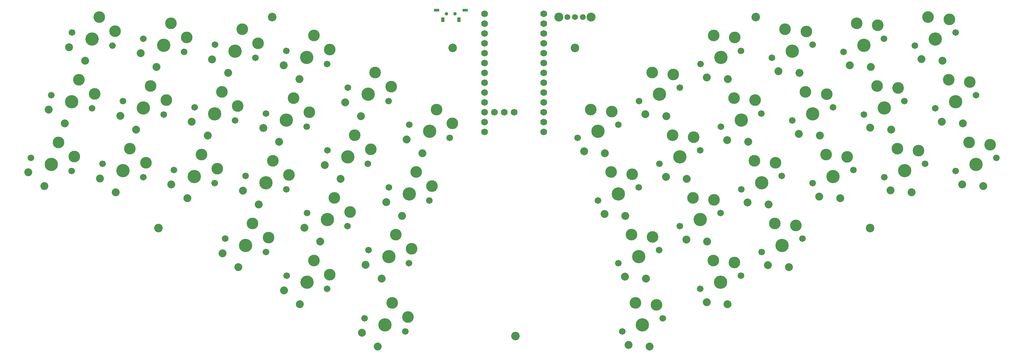
<source format=gts>
G04 #@! TF.GenerationSoftware,KiCad,Pcbnew,8.0.4*
G04 #@! TF.CreationDate,2024-08-25T22:17:31+07:00*
G04 #@! TF.ProjectId,ozprey,6f7a7072-6579-42e6-9b69-6361645f7063,1.0*
G04 #@! TF.SameCoordinates,Original*
G04 #@! TF.FileFunction,Soldermask,Top*
G04 #@! TF.FilePolarity,Negative*
%FSLAX46Y46*%
G04 Gerber Fmt 4.6, Leading zero omitted, Abs format (unit mm)*
G04 Created by KiCad (PCBNEW 8.0.4) date 2024-08-25 22:17:31*
%MOMM*%
%LPD*%
G01*
G04 APERTURE LIST*
%ADD10R,1.450000X0.800000*%
%ADD11R,0.900000X1.270000*%
%ADD12C,0.900000*%
%ADD13C,1.512000*%
%ADD14C,2.304000*%
%ADD15C,1.701800*%
%ADD16C,3.000000*%
%ADD17C,3.429000*%
%ADD18C,2.032000*%
%ADD19C,2.200000*%
%ADD20C,1.752600*%
G04 APERTURE END LIST*
D10*
G04 #@! TO.C,SW_RST1*
X128512848Y-53617753D03*
X135912848Y-53617753D03*
D11*
X130112848Y-56117753D03*
X134312848Y-56117753D03*
D12*
X131112848Y-54517753D03*
X133312848Y-54517753D03*
G04 #@! TD*
D13*
G04 #@! TO.C,SW43*
X166215469Y-55377832D03*
X162215469Y-55377832D03*
X164215469Y-55377832D03*
D14*
X168365469Y-55377832D03*
X160065469Y-55377832D03*
G04 #@! TD*
D15*
G04 #@! TO.C,SW40*
X251759163Y-62779365D03*
D16*
X255151323Y-55420986D03*
D17*
X256989974Y-61079772D03*
D16*
X260586443Y-55968225D03*
D15*
X262220785Y-59380179D03*
D18*
X258813174Y-66691004D03*
X253408956Y-66238872D03*
G04 #@! TD*
D15*
G04 #@! TO.C,SW37*
X233342263Y-64347265D03*
D16*
X236734423Y-56988886D03*
D17*
X238573074Y-62647672D03*
D16*
X242169543Y-57536125D03*
D15*
X243803885Y-60948079D03*
D18*
X240396274Y-68258904D03*
X234992056Y-67806772D03*
G04 #@! TD*
D15*
G04 #@! TO.C,SW34*
X214925463Y-65915165D03*
D16*
X218317623Y-58556786D03*
D17*
X220156274Y-64215572D03*
D16*
X223752743Y-59104025D03*
D15*
X225387085Y-62515979D03*
D18*
X221979474Y-69826804D03*
X216575256Y-69374672D03*
G04 #@! TD*
D15*
G04 #@! TO.C,SW30*
X196508563Y-67483065D03*
D16*
X199900723Y-60124686D03*
D17*
X201739374Y-65783472D03*
D16*
X205335843Y-60671925D03*
D15*
X206970185Y-64083879D03*
D18*
X203562574Y-71394704D03*
X198158356Y-70942572D03*
G04 #@! TD*
D15*
G04 #@! TO.C,SW26*
X180687363Y-77039765D03*
D16*
X184079523Y-69681386D03*
D17*
X185918174Y-75340172D03*
D16*
X189514643Y-70228625D03*
D15*
X191148985Y-73640579D03*
D18*
X187741374Y-80951404D03*
X182337156Y-80499272D03*
G04 #@! TD*
D15*
G04 #@! TO.C,SW22*
X164866263Y-86596465D03*
D16*
X168258423Y-79238086D03*
D17*
X170097074Y-84896872D03*
D16*
X173693543Y-79785325D03*
D15*
X175327885Y-83197279D03*
D18*
X171920274Y-90508104D03*
X166516056Y-90055972D03*
G04 #@! TD*
D15*
G04 #@! TO.C,SW18*
X121492663Y-83197279D03*
D16*
X128562125Y-79238086D03*
D17*
X126723474Y-84896872D03*
D16*
X132637570Y-82875495D03*
D15*
X131954285Y-86596465D03*
D18*
X124900274Y-90508104D03*
X120793927Y-86965802D03*
G04 #@! TD*
D15*
G04 #@! TO.C,SW14*
X105671463Y-73640579D03*
D16*
X112740925Y-69681386D03*
D17*
X110902274Y-75340172D03*
D16*
X116816370Y-73318795D03*
D15*
X116133085Y-77039765D03*
D18*
X109079074Y-80951404D03*
X104972727Y-77409102D03*
G04 #@! TD*
D15*
G04 #@! TO.C,SW10*
X89850363Y-64083879D03*
D16*
X96919825Y-60124686D03*
D17*
X95081174Y-65783472D03*
D16*
X100995270Y-63762095D03*
D15*
X100311985Y-67483065D03*
D18*
X93257974Y-71394704D03*
X89151627Y-67852402D03*
G04 #@! TD*
D15*
G04 #@! TO.C,SW7*
X71433463Y-62515979D03*
D16*
X78502925Y-58556786D03*
D17*
X76664274Y-64215572D03*
D16*
X82578370Y-62194195D03*
D15*
X81895085Y-65915165D03*
D18*
X74841074Y-69826804D03*
X70734727Y-66284502D03*
G04 #@! TD*
D15*
G04 #@! TO.C,SW4*
X53016563Y-60948079D03*
D16*
X60086025Y-56988886D03*
D17*
X58247374Y-62647672D03*
D16*
X64161470Y-60626295D03*
D15*
X63478185Y-64347265D03*
D18*
X56424174Y-68258904D03*
X52317827Y-64716602D03*
G04 #@! TD*
D15*
G04 #@! TO.C,SW1*
X34599663Y-59380179D03*
D16*
X41669125Y-55420986D03*
D17*
X39830474Y-61079772D03*
D16*
X45744570Y-59058395D03*
D15*
X45061285Y-62779365D03*
D18*
X38007274Y-66691004D03*
X33900927Y-63148702D03*
G04 #@! TD*
D15*
G04 #@! TO.C,SW41*
X257012463Y-78947365D03*
D16*
X260404623Y-71588986D03*
D17*
X262243274Y-77247772D03*
D16*
X265839743Y-72136225D03*
D15*
X267474085Y-75548179D03*
D18*
X264066474Y-82859004D03*
X258662256Y-82406872D03*
G04 #@! TD*
D15*
G04 #@! TO.C,SW38*
X238595563Y-80515265D03*
D16*
X241987723Y-73156886D03*
D17*
X243826374Y-78815672D03*
D16*
X247422843Y-73704125D03*
D15*
X249057185Y-77116079D03*
D18*
X245649574Y-84426904D03*
X240245356Y-83974772D03*
G04 #@! TD*
D15*
G04 #@! TO.C,SW35*
X220178663Y-82083065D03*
D16*
X223570823Y-74724686D03*
D17*
X225409474Y-80383472D03*
D16*
X229005943Y-75271925D03*
D15*
X230640285Y-78683879D03*
D18*
X227232674Y-85994704D03*
X221828456Y-85542572D03*
G04 #@! TD*
D15*
G04 #@! TO.C,SW31*
X201761863Y-83650965D03*
D16*
X205154023Y-76292586D03*
D17*
X206992674Y-81951372D03*
D16*
X210589143Y-76839825D03*
D15*
X212223485Y-80251779D03*
D18*
X208815874Y-87562604D03*
X203411656Y-87110472D03*
G04 #@! TD*
D15*
G04 #@! TO.C,SW27*
X185940663Y-93207765D03*
D16*
X189332823Y-85849386D03*
D17*
X191171474Y-91508172D03*
D16*
X194767943Y-86396625D03*
D15*
X196402285Y-89808579D03*
D18*
X192994674Y-97119404D03*
X187590456Y-96667272D03*
G04 #@! TD*
D15*
G04 #@! TO.C,SW23*
X170119563Y-102764465D03*
D16*
X173511723Y-95406086D03*
D17*
X175350374Y-101064872D03*
D16*
X178946843Y-95953325D03*
D15*
X180581185Y-99365279D03*
D18*
X177173574Y-106676104D03*
X171769356Y-106223972D03*
G04 #@! TD*
D15*
G04 #@! TO.C,SW19*
X116239363Y-99365279D03*
D16*
X123308825Y-95406086D03*
D17*
X121470174Y-101064872D03*
D16*
X127384270Y-99043495D03*
D15*
X126700985Y-102764465D03*
D18*
X119646974Y-106676104D03*
X115540627Y-103133802D03*
G04 #@! TD*
D15*
G04 #@! TO.C,SW15*
X100418163Y-89808579D03*
D16*
X107487625Y-85849386D03*
D17*
X105648974Y-91508172D03*
D16*
X111563070Y-89486795D03*
D15*
X110879785Y-93207765D03*
D18*
X103825774Y-97119404D03*
X99719427Y-93577102D03*
G04 #@! TD*
D15*
G04 #@! TO.C,SW11*
X84597063Y-80251779D03*
D16*
X91666525Y-76292586D03*
D17*
X89827874Y-81951372D03*
D16*
X95741970Y-79929995D03*
D15*
X95058685Y-83650965D03*
D18*
X88004674Y-87562604D03*
X83898327Y-84020302D03*
G04 #@! TD*
D15*
G04 #@! TO.C,SW8*
X66180163Y-78683879D03*
D16*
X73249625Y-74724686D03*
D17*
X71410974Y-80383472D03*
D16*
X77325070Y-78362095D03*
D15*
X76641785Y-82083065D03*
D18*
X69587774Y-85994704D03*
X65481427Y-82452402D03*
G04 #@! TD*
D15*
G04 #@! TO.C,SW5*
X47763263Y-77116079D03*
D16*
X54832725Y-73156886D03*
D17*
X52994074Y-78815672D03*
D16*
X58908170Y-76794295D03*
D15*
X58224885Y-80515265D03*
D18*
X51170874Y-84426904D03*
X47064527Y-80884602D03*
G04 #@! TD*
D15*
G04 #@! TO.C,SW2*
X29346363Y-75548179D03*
D16*
X36415825Y-71588986D03*
D17*
X34577174Y-77247772D03*
D16*
X40491270Y-75226395D03*
D15*
X39807985Y-78947365D03*
D18*
X32753974Y-82859004D03*
X28647627Y-79316702D03*
G04 #@! TD*
D15*
G04 #@! TO.C,SW42*
X262265763Y-95115365D03*
D16*
X265657923Y-87756986D03*
D17*
X267496574Y-93415772D03*
D16*
X271093043Y-88304225D03*
D15*
X272727385Y-91716179D03*
D18*
X269319774Y-99027004D03*
X263915556Y-98574872D03*
G04 #@! TD*
D15*
G04 #@! TO.C,SW39*
X243848863Y-96683165D03*
D16*
X247241023Y-89324786D03*
D17*
X249079674Y-94983572D03*
D16*
X252676143Y-89872025D03*
D15*
X254310485Y-93283979D03*
D18*
X250902874Y-100594804D03*
X245498656Y-100142672D03*
G04 #@! TD*
D15*
G04 #@! TO.C,SW36*
X225431963Y-98251065D03*
D16*
X228824123Y-90892686D03*
D17*
X230662774Y-96551472D03*
D16*
X234259243Y-91439925D03*
D15*
X235893585Y-94851879D03*
D18*
X232485974Y-102162704D03*
X227081756Y-101710572D03*
G04 #@! TD*
D15*
G04 #@! TO.C,SW32*
X207015063Y-99818965D03*
D16*
X210407223Y-92460586D03*
D17*
X212245874Y-98119372D03*
D16*
X215842343Y-93007825D03*
D15*
X217476685Y-96419779D03*
D18*
X214069074Y-103730604D03*
X208664856Y-103278472D03*
G04 #@! TD*
D15*
G04 #@! TO.C,SW28*
X191193963Y-109375665D03*
D16*
X194586123Y-102017286D03*
D17*
X196424774Y-107676072D03*
D16*
X200021243Y-102564525D03*
D15*
X201655585Y-105976479D03*
D18*
X198247974Y-113287304D03*
X192843756Y-112835172D03*
G04 #@! TD*
D15*
G04 #@! TO.C,SW24*
X175372863Y-118932465D03*
D16*
X178765023Y-111574086D03*
D17*
X180603674Y-117232872D03*
D16*
X184200143Y-112121325D03*
D15*
X185834485Y-115533279D03*
D18*
X182426874Y-122844104D03*
X177022656Y-122391972D03*
G04 #@! TD*
D15*
G04 #@! TO.C,SW20*
X110986063Y-115533279D03*
D16*
X118055525Y-111574086D03*
D17*
X116216874Y-117232872D03*
D16*
X122130970Y-115211495D03*
D15*
X121447685Y-118932465D03*
D18*
X114393674Y-122844104D03*
X110287327Y-119301802D03*
G04 #@! TD*
D15*
G04 #@! TO.C,SW16*
X95164863Y-105976479D03*
D16*
X102234325Y-102017286D03*
D17*
X100395674Y-107676072D03*
D16*
X106309770Y-105654695D03*
D15*
X105626485Y-109375665D03*
D18*
X98572474Y-113287304D03*
X94466127Y-109745002D03*
G04 #@! TD*
D15*
G04 #@! TO.C,SW12*
X79343763Y-96419779D03*
D16*
X86413225Y-92460586D03*
D17*
X84574574Y-98119372D03*
D16*
X90488670Y-96097995D03*
D15*
X89805385Y-99818965D03*
D18*
X82751374Y-103730604D03*
X78645027Y-100188302D03*
G04 #@! TD*
D15*
G04 #@! TO.C,SW9*
X60926863Y-94851879D03*
D16*
X67996325Y-90892686D03*
D17*
X66157674Y-96551472D03*
D16*
X72071770Y-94530095D03*
D15*
X71388485Y-98251065D03*
D18*
X64334474Y-102162704D03*
X60228127Y-98620402D03*
G04 #@! TD*
D15*
G04 #@! TO.C,SW6*
X42509963Y-93283979D03*
D16*
X49579425Y-89324786D03*
D17*
X47740774Y-94983572D03*
D16*
X53654870Y-92962195D03*
D15*
X52971585Y-96683165D03*
D18*
X45917574Y-100594804D03*
X41811227Y-97052502D03*
G04 #@! TD*
D15*
G04 #@! TO.C,SW3*
X24093063Y-91716179D03*
D16*
X31162525Y-87756986D03*
D17*
X29323874Y-93415772D03*
D16*
X35237970Y-91394395D03*
D15*
X34554685Y-95115365D03*
D18*
X27500674Y-99027004D03*
X23394327Y-95484702D03*
G04 #@! TD*
D15*
G04 #@! TO.C,SW33*
X212268363Y-115986865D03*
D16*
X215660523Y-108628486D03*
D17*
X217499174Y-114287272D03*
D16*
X221095643Y-109175725D03*
D15*
X222729985Y-112587679D03*
D18*
X219322374Y-119898504D03*
X213918156Y-119446372D03*
G04 #@! TD*
D15*
G04 #@! TO.C,SW29*
X196447263Y-125543665D03*
D16*
X199839423Y-118185286D03*
D17*
X201678074Y-123844072D03*
D16*
X205274543Y-118732525D03*
D15*
X206908885Y-122144479D03*
D18*
X203501274Y-129455304D03*
X198097056Y-129003172D03*
G04 #@! TD*
D15*
G04 #@! TO.C,SW21*
X110012563Y-133091779D03*
D16*
X117082025Y-129132586D03*
D17*
X115243374Y-134791372D03*
D16*
X121157470Y-132769995D03*
D15*
X120474185Y-136490965D03*
D18*
X113420174Y-140402604D03*
X109313827Y-136860302D03*
G04 #@! TD*
D15*
G04 #@! TO.C,SW17*
X89911663Y-122144479D03*
D16*
X96981125Y-118185286D03*
D17*
X95142474Y-123844072D03*
D16*
X101056570Y-121822695D03*
D15*
X100373285Y-125543665D03*
D18*
X93319274Y-129455304D03*
X89212927Y-125913002D03*
G04 #@! TD*
D15*
G04 #@! TO.C,SW25*
X176346363Y-136490965D03*
D16*
X179738523Y-129132586D03*
D17*
X181577174Y-134791372D03*
D16*
X185173643Y-129679825D03*
D15*
X186807985Y-133091779D03*
D18*
X183400374Y-140402604D03*
X177996156Y-139950472D03*
G04 #@! TD*
D15*
G04 #@! TO.C,SW13*
X74090463Y-112587679D03*
D16*
X81159925Y-108628486D03*
D17*
X79321274Y-114287272D03*
D16*
X85235370Y-112265895D03*
D15*
X84552085Y-115986865D03*
D18*
X77498074Y-119898504D03*
X73391727Y-116356202D03*
G04 #@! TD*
D19*
G04 #@! TO.C,H_M2_7*
X148894174Y-137724072D03*
G04 #@! TD*
G04 #@! TO.C,H_M2_4*
X164215469Y-63377832D03*
G04 #@! TD*
G04 #@! TO.C,H_M2_3*
X132715469Y-63377832D03*
G04 #@! TD*
G04 #@! TO.C,H_M2_5*
X210715469Y-55377832D03*
G04 #@! TD*
G04 #@! TO.C,H_M2_1*
X86215469Y-55377832D03*
G04 #@! TD*
D20*
G04 #@! TO.C,U1*
X140881074Y-57129672D03*
X140881074Y-59669672D03*
X140881074Y-62209672D03*
X140881074Y-64749672D03*
X140881074Y-67289672D03*
X140881074Y-69829672D03*
X140881074Y-72369672D03*
X140881074Y-74909672D03*
X140881074Y-77449672D03*
X140881074Y-79989672D03*
X140881074Y-82529672D03*
X140881074Y-85069672D03*
X156121074Y-85069672D03*
X156121074Y-82529672D03*
X156121074Y-79989672D03*
X156121074Y-77449672D03*
X156121074Y-74909672D03*
X156121074Y-72369672D03*
X156121074Y-69829672D03*
X156121074Y-67289672D03*
X156121074Y-64749672D03*
X156121074Y-62209672D03*
X156121074Y-59669672D03*
X156121074Y-57129672D03*
X140881074Y-54589672D03*
X143421074Y-79989672D03*
X145961074Y-79989672D03*
X148501074Y-79989672D03*
X156121074Y-54589672D03*
G04 #@! TD*
D19*
G04 #@! TO.C,H_M2_2*
X56894174Y-109877832D03*
G04 #@! TD*
G04 #@! TO.C,H_M2_6*
X240215469Y-109877832D03*
G04 #@! TD*
M02*

</source>
